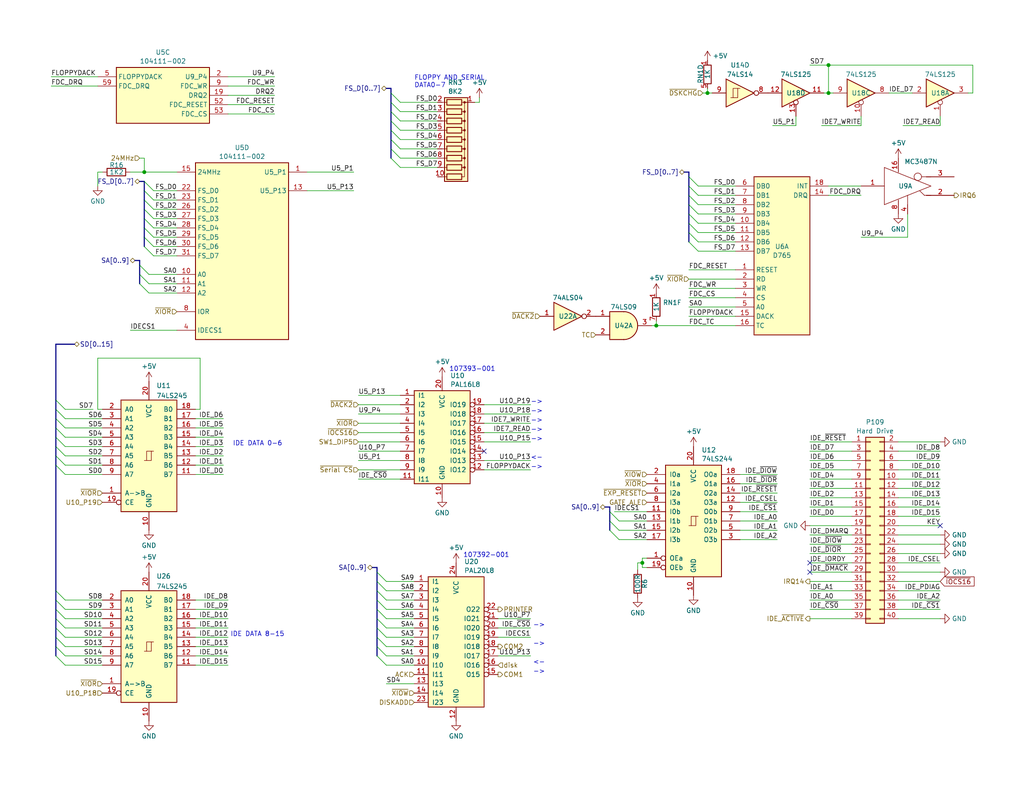
<source format=kicad_sch>
(kicad_sch (version 20230121) (generator eeschema)
  (paper "USLetter")
  (junction (at 193.04 25.4))
  (junction (at 179.07 88.9))
  (junction (at 226.06 25.4))
  (junction (at 39.37 46.99))
  (junction (at 175.26 153.67))
  (junction (at 226.06 17.78))
  (no_connect (at 132.08 123.19))
  (no_connect (at 220.98 153.67))
  (no_connect (at 220.98 156.21))
  (no_connect (at 256.54 143.51))
  (bus_entry (at 187.96 58.42) (size 2.54 2.54))
  (bus_entry (at 106.68 33.02) (size 2.54 2.54))
  (bus_entry (at 102.87 161.29) (size 2.54 2.54))
  (bus_entry (at 106.68 35.56) (size 2.54 2.54))
  (bus_entry (at 39.37 49.53) (size 2.54 2.54))
  (bus_entry (at 39.37 64.77) (size 2.54 2.54))
  (bus_entry (at 106.68 25.4) (size 2.54 2.54))
  (bus_entry (at 106.68 30.48) (size 2.54 2.54))
  (bus_entry (at 15.24 161.29) (size 2.54 2.54))
  (bus_entry (at 166.37 142.24) (size 2.54 2.54))
  (bus_entry (at 187.96 50.8) (size 2.54 2.54))
  (bus_entry (at 15.24 119.38) (size 2.54 2.54))
  (bus_entry (at 106.68 40.64) (size 2.54 2.54))
  (bus_entry (at 15.24 109.22) (size 2.54 2.54))
  (bus_entry (at 15.24 168.91) (size 2.54 2.54))
  (bus_entry (at 102.87 173.99) (size 2.54 2.54))
  (bus_entry (at 38.1 77.47) (size 2.54 2.54))
  (bus_entry (at 39.37 57.15) (size 2.54 2.54))
  (bus_entry (at 15.24 124.46) (size 2.54 2.54))
  (bus_entry (at 15.24 163.83) (size 2.54 2.54))
  (bus_entry (at 39.37 54.61) (size 2.54 2.54))
  (bus_entry (at 187.96 66.04) (size 2.54 2.54))
  (bus_entry (at 102.87 166.37) (size 2.54 2.54))
  (bus_entry (at 15.24 173.99) (size 2.54 2.54))
  (bus_entry (at 106.68 27.94) (size 2.54 2.54))
  (bus_entry (at 15.24 116.84) (size 2.54 2.54))
  (bus_entry (at 106.68 38.1) (size 2.54 2.54))
  (bus_entry (at 15.24 166.37) (size 2.54 2.54))
  (bus_entry (at 102.87 156.21) (size 2.54 2.54))
  (bus_entry (at 166.37 144.78) (size 2.54 2.54))
  (bus_entry (at 102.87 168.91) (size 2.54 2.54))
  (bus_entry (at 102.87 171.45) (size 2.54 2.54))
  (bus_entry (at 166.37 139.7) (size 2.54 2.54))
  (bus_entry (at 102.87 176.53) (size 2.54 2.54))
  (bus_entry (at 15.24 111.76) (size 2.54 2.54))
  (bus_entry (at 39.37 59.69) (size 2.54 2.54))
  (bus_entry (at 102.87 179.07) (size 2.54 2.54))
  (bus_entry (at 38.1 74.93) (size 2.54 2.54))
  (bus_entry (at 39.37 62.23) (size 2.54 2.54))
  (bus_entry (at 15.24 179.07) (size 2.54 2.54))
  (bus_entry (at 106.68 43.18) (size 2.54 2.54))
  (bus_entry (at 15.24 176.53) (size 2.54 2.54))
  (bus_entry (at 15.24 127) (size 2.54 2.54))
  (bus_entry (at 187.96 60.96) (size 2.54 2.54))
  (bus_entry (at 187.96 53.34) (size 2.54 2.54))
  (bus_entry (at 15.24 171.45) (size 2.54 2.54))
  (bus_entry (at 15.24 121.92) (size 2.54 2.54))
  (bus_entry (at 15.24 114.3) (size 2.54 2.54))
  (bus_entry (at 39.37 67.31) (size 2.54 2.54))
  (bus_entry (at 187.96 48.26) (size 2.54 2.54))
  (bus_entry (at 39.37 52.07) (size 2.54 2.54))
  (bus_entry (at 187.96 55.88) (size 2.54 2.54))
  (bus_entry (at 38.1 72.39) (size 2.54 2.54))
  (bus_entry (at 187.96 63.5) (size 2.54 2.54))
  (bus_entry (at 102.87 158.75) (size 2.54 2.54))
  (bus_entry (at 102.87 163.83) (size 2.54 2.54))
  (wire (pts (xy 53.34 173.99) (xy 62.23 173.99)))
  (wire (pts (xy 132.08 120.65) (xy 144.78 120.65)))
  (wire (pts (xy 247.65 64.77) (xy 234.95 64.77)))
  (bus (pts (xy 15.24 121.92) (xy 15.24 124.46)))
  (wire (pts (xy 190.5 50.8) (xy 200.66 50.8)))
  (wire (pts (xy 190.5 60.96) (xy 200.66 60.96)))
  (wire (pts (xy 245.11 148.59) (xy 256.54 148.59)))
  (wire (pts (xy 62.23 31.115) (xy 74.93 31.115)))
  (wire (pts (xy 220.98 153.67) (xy 232.41 153.67)))
  (wire (pts (xy 175.26 152.4) (xy 175.26 153.67)))
  (wire (pts (xy 53.34 168.91) (xy 62.23 168.91)))
  (wire (pts (xy 109.22 27.94) (xy 119.38 27.94)))
  (wire (pts (xy 220.98 151.13) (xy 232.41 151.13)))
  (bus (pts (xy 187.96 53.34) (xy 187.96 55.88)))
  (wire (pts (xy 245.11 166.37) (xy 256.54 166.37)))
  (wire (pts (xy 74.93 20.955) (xy 62.23 20.955)))
  (wire (pts (xy 256.54 120.65) (xy 245.11 120.65)))
  (bus (pts (xy 102.87 176.53) (xy 102.87 179.07)))
  (wire (pts (xy 187.96 73.66) (xy 200.66 73.66)))
  (wire (pts (xy 191.77 25.4) (xy 193.04 25.4)))
  (bus (pts (xy 15.24 161.29) (xy 15.24 163.83)))
  (wire (pts (xy 220.98 138.43) (xy 232.41 138.43)))
  (wire (pts (xy 245.11 140.97) (xy 256.54 140.97)))
  (wire (pts (xy 60.96 121.92) (xy 53.34 121.92)))
  (wire (pts (xy 17.78 181.61) (xy 27.94 181.61)))
  (wire (pts (xy 179.07 87.63) (xy 179.07 88.9)))
  (wire (pts (xy 245.11 153.67) (xy 256.54 153.67)))
  (wire (pts (xy 226.06 25.4) (xy 227.33 25.4)))
  (wire (pts (xy 13.97 20.955) (xy 26.67 20.955)))
  (wire (pts (xy 245.11 143.51) (xy 256.54 143.51)))
  (wire (pts (xy 109.22 45.72) (xy 119.38 45.72)))
  (wire (pts (xy 54.61 111.76) (xy 53.34 111.76)))
  (bus (pts (xy 102.87 158.75) (xy 102.87 161.29)))
  (wire (pts (xy 40.64 77.47) (xy 48.26 77.47)))
  (wire (pts (xy 193.04 24.13) (xy 193.04 25.4)))
  (bus (pts (xy 38.1 72.39) (xy 38.1 74.93)))
  (wire (pts (xy 17.78 124.46) (xy 27.94 124.46)))
  (bus (pts (xy 187.96 46.99) (xy 187.96 48.26)))
  (wire (pts (xy 245.11 133.35) (xy 256.54 133.35)))
  (wire (pts (xy 175.26 154.94) (xy 176.53 154.94)))
  (wire (pts (xy 40.64 80.01) (xy 48.26 80.01)))
  (wire (pts (xy 35.56 46.99) (xy 39.37 46.99)))
  (bus (pts (xy 39.37 64.77) (xy 39.37 67.31)))
  (wire (pts (xy 220.98 161.29) (xy 232.41 161.29)))
  (bus (pts (xy 101.6 154.94) (xy 102.87 154.94)))
  (wire (pts (xy 212.09 137.16) (xy 201.93 137.16)))
  (wire (pts (xy 242.57 25.4) (xy 248.92 25.4)))
  (wire (pts (xy 135.89 173.99) (xy 144.78 173.99)))
  (bus (pts (xy 15.24 171.45) (xy 15.24 173.99)))
  (wire (pts (xy 245.11 138.43) (xy 256.54 138.43)))
  (bus (pts (xy 15.24 176.53) (xy 15.24 179.07)))
  (wire (pts (xy 132.08 125.73) (xy 144.78 125.73)))
  (wire (pts (xy 220.98 133.35) (xy 232.41 133.35)))
  (wire (pts (xy 109.22 40.64) (xy 119.38 40.64)))
  (wire (pts (xy 201.93 132.08) (xy 212.09 132.08)))
  (wire (pts (xy 210.82 34.29) (xy 217.17 34.29)))
  (bus (pts (xy 187.96 60.96) (xy 187.96 63.5)))
  (wire (pts (xy 245.11 128.27) (xy 256.54 128.27)))
  (bus (pts (xy 106.68 30.48) (xy 106.68 33.02)))
  (bus (pts (xy 15.24 119.38) (xy 15.24 121.92)))
  (bus (pts (xy 102.87 163.83) (xy 102.87 166.37)))
  (wire (pts (xy 83.82 52.07) (xy 96.52 52.07)))
  (wire (pts (xy 212.09 134.62) (xy 201.93 134.62)))
  (bus (pts (xy 15.24 114.3) (xy 15.24 116.84)))
  (wire (pts (xy 26.67 111.76) (xy 26.67 97.79)))
  (wire (pts (xy 234.95 31.75) (xy 234.95 34.29)))
  (wire (pts (xy 60.96 129.54) (xy 53.34 129.54)))
  (wire (pts (xy 97.79 118.11) (xy 109.22 118.11)))
  (wire (pts (xy 17.78 168.91) (xy 27.94 168.91)))
  (wire (pts (xy 105.41 186.69) (xy 113.03 186.69)))
  (bus (pts (xy 36.83 71.12) (xy 38.1 71.12)))
  (wire (pts (xy 168.91 147.32) (xy 176.53 147.32)))
  (bus (pts (xy 39.37 49.53) (xy 39.37 52.07)))
  (bus (pts (xy 15.24 124.46) (xy 15.24 127)))
  (wire (pts (xy 187.96 86.36) (xy 200.66 86.36)))
  (wire (pts (xy 135.89 179.07) (xy 144.78 179.07)))
  (bus (pts (xy 105.41 24.13) (xy 106.68 24.13)))
  (wire (pts (xy 245.11 125.73) (xy 256.54 125.73)))
  (wire (pts (xy 220.98 163.83) (xy 232.41 163.83)))
  (wire (pts (xy 53.34 166.37) (xy 62.23 166.37)))
  (wire (pts (xy 74.93 28.575) (xy 62.23 28.575)))
  (bus (pts (xy 165.1 138.43) (xy 166.37 138.43)))
  (wire (pts (xy 212.09 129.54) (xy 201.93 129.54)))
  (wire (pts (xy 212.09 139.7) (xy 201.93 139.7)))
  (wire (pts (xy 39.37 46.99) (xy 48.26 46.99)))
  (bus (pts (xy 106.68 35.56) (xy 106.68 38.1)))
  (wire (pts (xy 220.98 140.97) (xy 232.41 140.97)))
  (wire (pts (xy 245.11 168.91) (xy 256.54 168.91)))
  (wire (pts (xy 17.78 111.76) (xy 25.4 111.76)))
  (wire (pts (xy 97.79 120.65) (xy 109.22 120.65)))
  (wire (pts (xy 53.34 171.45) (xy 62.23 171.45)))
  (wire (pts (xy 220.98 135.89) (xy 232.41 135.89)))
  (wire (pts (xy 41.91 59.69) (xy 48.26 59.69)))
  (wire (pts (xy 109.22 33.02) (xy 119.38 33.02)))
  (bus (pts (xy 102.87 171.45) (xy 102.87 173.99)))
  (wire (pts (xy 220.98 168.91) (xy 232.41 168.91)))
  (bus (pts (xy 38.1 49.53) (xy 39.37 49.53)))
  (wire (pts (xy 212.09 147.32) (xy 201.93 147.32)))
  (wire (pts (xy 176.53 152.4) (xy 175.26 152.4)))
  (wire (pts (xy 201.93 144.78) (xy 212.09 144.78)))
  (wire (pts (xy 41.91 52.07) (xy 48.26 52.07)))
  (wire (pts (xy 109.22 130.81) (xy 97.79 130.81)))
  (bus (pts (xy 15.24 116.84) (xy 15.24 119.38)))
  (bus (pts (xy 15.24 127) (xy 15.24 161.29)))
  (wire (pts (xy 17.78 119.38) (xy 27.94 119.38)))
  (bus (pts (xy 186.69 46.99) (xy 187.96 46.99)))
  (wire (pts (xy 212.09 142.24) (xy 201.93 142.24)))
  (wire (pts (xy 187.96 78.74) (xy 200.66 78.74)))
  (wire (pts (xy 132.08 128.27) (xy 144.78 128.27)))
  (bus (pts (xy 15.24 173.99) (xy 15.24 176.53)))
  (wire (pts (xy 224.155 34.29) (xy 234.95 34.29)))
  (wire (pts (xy 17.78 179.07) (xy 27.94 179.07)))
  (wire (pts (xy 17.78 114.3) (xy 27.94 114.3)))
  (wire (pts (xy 60.96 116.84) (xy 53.34 116.84)))
  (wire (pts (xy 220.98 120.65) (xy 232.41 120.65)))
  (bus (pts (xy 187.96 48.26) (xy 187.96 50.8)))
  (wire (pts (xy 60.96 124.46) (xy 53.34 124.46)))
  (wire (pts (xy 264.16 25.4) (xy 265.43 25.4)))
  (wire (pts (xy 60.96 119.38) (xy 53.34 119.38)))
  (wire (pts (xy 168.91 144.78) (xy 176.53 144.78)))
  (bus (pts (xy 38.1 74.93) (xy 38.1 77.47)))
  (wire (pts (xy 53.34 179.07) (xy 62.23 179.07)))
  (wire (pts (xy 245.11 156.21) (xy 256.54 156.21)))
  (wire (pts (xy 173.99 153.67) (xy 175.26 153.67)))
  (wire (pts (xy 105.41 179.07) (xy 113.03 179.07)))
  (wire (pts (xy 41.91 64.77) (xy 48.26 64.77)))
  (bus (pts (xy 102.87 154.94) (xy 102.87 156.21)))
  (wire (pts (xy 245.11 163.83) (xy 256.54 163.83)))
  (wire (pts (xy 105.41 166.37) (xy 113.03 166.37)))
  (wire (pts (xy 105.41 158.75) (xy 113.03 158.75)))
  (wire (pts (xy 220.98 156.21) (xy 232.41 156.21)))
  (bus (pts (xy 15.24 93.98) (xy 15.24 109.22)))
  (bus (pts (xy 187.96 63.5) (xy 187.96 66.04)))
  (wire (pts (xy 245.11 135.89) (xy 256.54 135.89)))
  (bus (pts (xy 39.37 52.07) (xy 39.37 54.61)))
  (wire (pts (xy 97.79 113.03) (xy 109.22 113.03)))
  (wire (pts (xy 27.94 111.76) (xy 26.67 111.76)))
  (wire (pts (xy 97.79 110.49) (xy 109.22 110.49)))
  (wire (pts (xy 220.98 17.78) (xy 226.06 17.78)))
  (wire (pts (xy 190.5 55.88) (xy 200.66 55.88)))
  (wire (pts (xy 109.22 38.1) (xy 119.38 38.1)))
  (wire (pts (xy 83.82 46.99) (xy 96.52 46.99)))
  (bus (pts (xy 15.24 166.37) (xy 15.24 168.91)))
  (wire (pts (xy 129.54 27.94) (xy 130.81 27.94)))
  (wire (pts (xy 135.89 168.91) (xy 144.78 168.91)))
  (wire (pts (xy 41.91 62.23) (xy 48.26 62.23)))
  (wire (pts (xy 109.22 43.18) (xy 119.38 43.18)))
  (wire (pts (xy 17.78 166.37) (xy 27.94 166.37)))
  (wire (pts (xy 17.78 127) (xy 27.94 127)))
  (bus (pts (xy 187.96 50.8) (xy 187.96 53.34)))
  (wire (pts (xy 256.54 31.75) (xy 256.54 34.29)))
  (bus (pts (xy 102.87 168.91) (xy 102.87 171.45)))
  (wire (pts (xy 245.11 146.05) (xy 256.54 146.05)))
  (wire (pts (xy 132.08 115.57) (xy 144.78 115.57)))
  (wire (pts (xy 105.41 171.45) (xy 113.03 171.45)))
  (bus (pts (xy 102.87 161.29) (xy 102.87 163.83)))
  (bus (pts (xy 106.68 33.02) (xy 106.68 35.56)))
  (wire (pts (xy 41.91 54.61) (xy 48.26 54.61)))
  (wire (pts (xy 105.41 168.91) (xy 113.03 168.91)))
  (bus (pts (xy 106.68 27.94) (xy 106.68 30.48)))
  (wire (pts (xy 135.89 171.45) (xy 144.78 171.45)))
  (wire (pts (xy 40.64 74.93) (xy 48.26 74.93)))
  (wire (pts (xy 26.67 46.99) (xy 26.67 50.8)))
  (wire (pts (xy 26.67 97.79) (xy 54.61 97.79)))
  (wire (pts (xy 179.07 88.9) (xy 200.66 88.9)))
  (wire (pts (xy 132.08 118.11) (xy 144.78 118.11)))
  (wire (pts (xy 226.06 17.78) (xy 265.43 17.78)))
  (wire (pts (xy 220.98 166.37) (xy 232.41 166.37)))
  (bus (pts (xy 106.68 40.64) (xy 106.68 43.18)))
  (wire (pts (xy 245.11 130.81) (xy 256.54 130.81)))
  (wire (pts (xy 217.17 31.75) (xy 217.17 34.29)))
  (wire (pts (xy 226.06 53.34) (xy 234.95 53.34)))
  (wire (pts (xy 27.94 46.99) (xy 26.67 46.99)))
  (wire (pts (xy 26.67 23.495) (xy 13.97 23.495)))
  (wire (pts (xy 41.91 57.15) (xy 48.26 57.15)))
  (bus (pts (xy 102.87 166.37) (xy 102.87 168.91)))
  (bus (pts (xy 106.68 24.13) (xy 106.68 25.4)))
  (wire (pts (xy 41.91 69.85) (xy 48.26 69.85)))
  (wire (pts (xy 17.78 176.53) (xy 27.94 176.53)))
  (wire (pts (xy 109.22 30.48) (xy 119.38 30.48)))
  (wire (pts (xy 190.5 63.5) (xy 200.66 63.5)))
  (wire (pts (xy 187.96 83.82) (xy 200.66 83.82)))
  (wire (pts (xy 74.93 23.495) (xy 62.23 23.495)))
  (wire (pts (xy 105.41 163.83) (xy 113.03 163.83)))
  (wire (pts (xy 39.37 43.18) (xy 39.37 46.99)))
  (bus (pts (xy 15.24 168.91) (xy 15.24 171.45)))
  (wire (pts (xy 168.91 142.24) (xy 176.53 142.24)))
  (bus (pts (xy 15.24 109.22) (xy 15.24 111.76)))
  (bus (pts (xy 187.96 55.88) (xy 187.96 58.42)))
  (wire (pts (xy 35.56 90.17) (xy 48.26 90.17)))
  (wire (pts (xy 226.06 25.4) (xy 226.06 17.78)))
  (wire (pts (xy 97.79 115.57) (xy 109.22 115.57)))
  (wire (pts (xy 97.79 123.19) (xy 109.22 123.19)))
  (bus (pts (xy 15.24 111.76) (xy 15.24 114.3)))
  (wire (pts (xy 17.78 171.45) (xy 27.94 171.45)))
  (wire (pts (xy 220.98 158.75) (xy 232.41 158.75)))
  (wire (pts (xy 220.98 130.81) (xy 232.41 130.81)))
  (wire (pts (xy 130.81 27.94) (xy 130.81 26.67)))
  (wire (pts (xy 167.64 139.7) (xy 176.53 139.7)))
  (wire (pts (xy 105.41 176.53) (xy 113.03 176.53)))
  (wire (pts (xy 265.43 17.78) (xy 265.43 25.4)))
  (wire (pts (xy 38.1 43.18) (xy 39.37 43.18)))
  (wire (pts (xy 220.98 146.05) (xy 232.41 146.05)))
  (wire (pts (xy 220.98 125.73) (xy 232.41 125.73)))
  (wire (pts (xy 62.23 163.83) (xy 53.34 163.83)))
  (wire (pts (xy 193.04 25.4) (xy 194.31 25.4)))
  (bus (pts (xy 39.37 54.61) (xy 39.37 57.15)))
  (wire (pts (xy 105.41 161.29) (xy 113.03 161.29)))
  (wire (pts (xy 97.79 107.95) (xy 109.22 107.95)))
  (wire (pts (xy 17.78 129.54) (xy 27.94 129.54)))
  (bus (pts (xy 39.37 57.15) (xy 39.37 59.69)))
  (wire (pts (xy 17.78 121.92) (xy 27.94 121.92)))
  (wire (pts (xy 53.34 181.61) (xy 62.23 181.61)))
  (wire (pts (xy 17.78 116.84) (xy 27.94 116.84)))
  (wire (pts (xy 245.11 123.19) (xy 256.54 123.19)))
  (bus (pts (xy 38.1 71.12) (xy 38.1 72.39)))
  (wire (pts (xy 224.79 25.4) (xy 226.06 25.4)))
  (wire (pts (xy 247.65 58.42) (xy 247.65 64.77)))
  (bus (pts (xy 39.37 59.69) (xy 39.37 62.23)))
  (bus (pts (xy 20.32 93.98) (xy 15.24 93.98)))
  (wire (pts (xy 54.61 97.79) (xy 54.61 111.76)))
  (wire (pts (xy 41.91 67.31) (xy 48.26 67.31)))
  (wire (pts (xy 220.98 128.27) (xy 232.41 128.27)))
  (bus (pts (xy 39.37 62.23) (xy 39.37 64.77)))
  (wire (pts (xy 190.5 53.34) (xy 200.66 53.34)))
  (wire (pts (xy 105.41 181.61) (xy 113.03 181.61)))
  (wire (pts (xy 190.5 68.58) (xy 200.66 68.58)))
  (bus (pts (xy 106.68 25.4) (xy 106.68 27.94)))
  (wire (pts (xy 190.5 58.42) (xy 200.66 58.42)))
  (wire (pts (xy 17.78 163.83) (xy 27.94 163.83)))
  (wire (pts (xy 97.79 128.27) (xy 109.22 128.27)))
  (bus (pts (xy 166.37 139.7) (xy 166.37 142.24)))
  (bus (pts (xy 166.37 138.43) (xy 166.37 139.7)))
  (wire (pts (xy 60.96 127) (xy 53.34 127)))
  (wire (pts (xy 109.22 35.56) (xy 119.38 35.56)))
  (wire (pts (xy 177.8 88.9) (xy 179.07 88.9)))
  (wire (pts (xy 187.96 81.28) (xy 200.66 81.28)))
  (bus (pts (xy 102.87 156.21) (xy 102.87 158.75)))
  (wire (pts (xy 220.98 143.51) (xy 232.41 143.51)))
  (bus (pts (xy 106.68 38.1) (xy 106.68 40.64)))
  (wire (pts (xy 187.96 76.2) (xy 200.66 76.2)))
  (wire (pts (xy 175.26 153.67) (xy 175.26 154.94)))
  (bus (pts (xy 15.24 163.83) (xy 15.24 166.37)))
  (wire (pts (xy 220.98 148.59) (xy 232.41 148.59)))
  (bus (pts (xy 102.87 173.99) (xy 102.87 176.53)))
  (wire (pts (xy 245.11 158.75) (xy 256.54 158.75)))
  (wire (pts (xy 220.98 123.19) (xy 232.41 123.19)))
  (wire (pts (xy 132.08 113.03) (xy 144.78 113.03)))
  (wire (pts (xy 132.08 110.49) (xy 144.78 110.49)))
  (bus (pts (xy 187.96 58.42) (xy 187.96 60.96)))
  (wire (pts (xy 173.99 153.67) (xy 173.99 155.575)))
  (wire (pts (xy 190.5 66.04) (xy 200.66 66.04)))
  (wire (pts (xy 60.96 114.3) (xy 53.34 114.3)))
  (wire (pts (xy 53.34 176.53) (xy 62.23 176.53)))
  (bus (pts (xy 166.37 142.24) (xy 166.37 144.78)))
  (wire (pts (xy 245.11 151.13) (xy 256.54 151.13)))
  (wire (pts (xy 105.41 173.99) (xy 113.03 173.99)))
  (wire (pts (xy 246.38 34.29) (xy 256.54 34.29)))
  (wire (pts (xy 226.06 50.8) (xy 234.95 50.8)))
  (wire (pts (xy 245.11 161.29) (xy 256.54 161.29)))
  (wire (pts (xy 17.78 173.99) (xy 27.94 173.99)))
  (wire (pts (xy 74.93 26.035) (xy 62.23 26.035)))
  (wire (pts (xy 97.79 125.73) (xy 109.22 125.73)))
  (text "107393-001" (at 122.555 101.6 0) (effects (font (size 1.27 1.27)) (justify left bottom)))
  (text "->" (at 144.78 118.11 0) (effects (font (size 1.27 1.27)) (justify left bottom)))
  (text "107392-001" (at 126.365 152.4 0) (effects (font (size 1.27 1.27)) (justify left bottom)))
  (text "<-" (at 145.415 181.61 0) (effects (font (size 1.27 1.27)) (justify left bottom)))
  (text "->" (at 144.78 120.65 0) (effects (font (size 1.27 1.27)) (justify left bottom)))
  (text "->" (at 144.78 115.57 0) (effects (font (size 1.27 1.27)) (justify left bottom)))
  (text "<-" (at 144.78 125.73 0) (effects (font (size 1.27 1.27)) (justify left bottom)))
  (text "FLOPPY AND SERIAL\nDATA0-7" (at 113.03 24.13 0) (effects (font (size 1.27 1.27)) (justify left bottom)))
  (text "->" (at 144.78 128.27 0) (effects (font (size 1.27 1.27)) (justify left bottom)))
  (text "->" (at 145.415 171.45 0) (effects (font (size 1.27 1.27)) (justify left bottom)))
  (text "->" (at 145.415 184.15 0) (effects (font (size 1.27 1.27)) (justify left bottom)))
  (text "IDE DATA 0-6" (at 63.5 121.92 0) (effects (font (size 1.27 1.27)) (justify left bottom)))
  (text "->" (at 144.78 113.03 0) (effects (font (size 1.27 1.27)) (justify left bottom)))
  (text "->" (at 144.78 110.49 0) (effects (font (size 1.27 1.27)) (justify left bottom)))
  (text "IDE DATA 8-15" (at 62.865 173.99 0) (effects (font (size 1.27 1.27)) (justify left bottom)))
  (text "->" (at 145.415 176.53 0) (effects (font (size 1.27 1.27)) (justify left bottom)))
  (label "IDE_A2" (at 256.54 163.83 180))
  (label "IDE_DMARQ" (at 220.98 146.05 0))
  (label "IDE_~{DMACK}" (at 220.98 156.21 0))
  (label "IDE_D12" (at 62.23 173.99 180))
  (label "SD3" (at 27.94 121.92 180))
  (label "U5_P13" (at 97.79 107.95 0))
  (label "SA2" (at 48.26 80.01 180))
  (label "SD7" (at 25.4 111.76 180))
  (label "IDE_A0" (at 220.98 163.83 0))
  (label "IDE_D8" (at 256.54 123.19 180))
  (label "SD8" (at 27.94 163.83 180))
  (label "FS_D5" (at 200.66 63.5 180))
  (label "SA1" (at 113.03 179.07 180))
  (label "SA7" (at 113.03 163.83 180))
  (label "FDC_WR" (at 187.96 78.74 0))
  (label "IDE_~{DIOW}" (at 212.09 129.54 180))
  (label "U10_P13" (at 144.78 179.07 180))
  (label "U10_P19" (at 144.78 110.49 180))
  (label "FS_D5" (at 48.26 64.77 180))
  (label "IDE_D3" (at 60.96 121.92 180))
  (label "U5_P13" (at 96.52 52.07 180))
  (label "SD10" (at 27.94 168.91 180))
  (label "FS_D5" (at 119.38 40.64 180))
  (label "IDE_D15" (at 256.54 140.97 180))
  (label "SA6" (at 113.03 166.37 180))
  (label "IDE_D6" (at 60.96 114.3 180))
  (label "SD1" (at 27.94 127 180))
  (label "U10_P15" (at 144.78 120.65 180))
  (label "FS_D1" (at 48.26 54.61 180))
  (label "IDE_D9" (at 62.23 166.37 180))
  (label "IDE_D6" (at 220.98 125.73 0))
  (label "SD13" (at 27.94 176.53 180))
  (label "U9_P4" (at 97.79 113.03 0))
  (label "IDE_A2" (at 212.09 147.32 180))
  (label "SD6" (at 27.94 114.3 180))
  (label "IDE_D5" (at 220.98 128.27 0))
  (label "U10_P18" (at 144.78 113.03 180))
  (label "FDC_WR" (at 74.93 23.495 180))
  (label "IDE_D7" (at 242.57 25.4 0))
  (label "IDE_D4" (at 60.96 119.38 180))
  (label "FLOPPYDACK" (at 144.78 128.27 180))
  (label "FS_D0" (at 48.26 52.07 180))
  (label "FDC_TC" (at 187.96 88.9 0))
  (label "IDE_~{RESET}" (at 220.98 120.65 0))
  (label "FS_D4" (at 119.38 38.1 180))
  (label "FS_D1" (at 200.66 53.34 180))
  (label "IDECS1" (at 167.64 139.7 0))
  (label "IDE_D1" (at 60.96 127 180))
  (label "FDC_DRQ" (at 234.95 53.34 180))
  (label "FS_D0" (at 200.66 50.8 180))
  (label "FS_D4" (at 48.26 62.23 180))
  (label "IDE_D10" (at 62.23 168.91 180))
  (label "IDE7_READ" (at 246.38 34.29 0))
  (label "SA1" (at 176.53 144.78 180))
  (label "SA0" (at 176.53 142.24 180))
  (label "U9_P4" (at 234.95 64.77 0))
  (label "SA5" (at 113.03 168.91 180))
  (label "FS_D6" (at 119.38 43.18 180))
  (label "SD0" (at 27.94 129.54 180))
  (label "FS_D6" (at 200.66 66.04 180))
  (label "U5_P1" (at 210.82 34.29 0))
  (label "IDE7_READ" (at 144.78 118.11 180))
  (label "SA0" (at 187.96 83.82 0))
  (label "IDE_~{CS0}" (at 220.98 166.37 0))
  (label "SD4" (at 27.94 119.38 180))
  (label "U10_P7" (at 97.79 123.19 0))
  (label "IDE_D13" (at 256.54 135.89 180))
  (label "IDE_D8" (at 62.23 163.83 180))
  (label "IDE_~{CS1}" (at 256.54 166.37 180))
  (label "IDE_D12" (at 256.54 133.35 180))
  (label "U9_P4" (at 74.93 20.955 180))
  (label "FS_D7" (at 119.38 45.72 180))
  (label "IDE_CSEL" (at 212.09 137.16 180))
  (label "FS_D4" (at 200.66 60.96 180))
  (label "FS_D2" (at 200.66 55.88 180))
  (label "FDC_RESET" (at 187.96 73.66 0))
  (label "IDE_D13" (at 62.23 176.53 180))
  (label "IDE_D2" (at 220.98 135.89 0))
  (label "FDC_DRQ" (at 13.97 23.495 0))
  (label "IDE_D3" (at 220.98 133.35 0))
  (label "SA4" (at 113.03 171.45 180))
  (label "SD11" (at 27.94 171.45 180))
  (label "IDE_D11" (at 256.54 130.81 180))
  (label "SD9" (at 27.94 166.37 180))
  (label "IDE_~{CS0}" (at 144.78 171.45 180))
  (label "SD4" (at 105.41 186.69 0))
  (label "FS_D7" (at 200.66 68.58 180))
  (label "KEY" (at 256.54 143.51 180))
  (label "SD5" (at 27.94 116.84 180))
  (label "IDE_~{DIOW}" (at 220.98 148.59 0))
  (label "U10_P7" (at 144.78 168.91 180))
  (label "IDE_D0" (at 220.98 140.97 0))
  (label "IDE_D0" (at 60.96 129.54 180))
  (label "FLOPPYDACK" (at 13.97 20.955 0))
  (label "IDE_D5" (at 60.96 116.84 180))
  (label "IDECS1" (at 35.56 90.17 0))
  (label "FS_D3" (at 200.66 58.42 180))
  (label "IDE_IORDY" (at 220.98 153.67 0))
  (label "SA0" (at 113.03 181.61 180))
  (label "SA0" (at 48.26 74.93 180))
  (label "FS_D0" (at 119.38 27.94 180))
  (label "SA9" (at 113.03 158.75 180))
  (label "SA1" (at 48.26 77.47 180))
  (label "SA2" (at 176.53 147.32 180))
  (label "SA2" (at 113.03 176.53 180))
  (label "FS_D6" (at 48.26 67.31 180))
  (label "FS_D7" (at 48.26 69.85 180))
  (label "U10_P13" (at 144.78 125.73 180))
  (label "IDE7_WRITE" (at 144.78 115.57 180))
  (label "IDE_~{CS1}" (at 212.09 139.7 180))
  (label "SD12" (at 27.94 173.99 180))
  (label "FDC_RESET" (at 74.93 28.575 180))
  (label "U5_P1" (at 96.52 46.99 180))
  (label "IDE_D1" (at 220.98 138.43 0))
  (label "IDE_D2" (at 60.96 124.46 180))
  (label "DRQ2" (at 74.93 26.035 180))
  (label "IDECS1" (at 144.78 173.99 180))
  (label "FDC_CS" (at 74.93 31.115 180))
  (label "SD7" (at 220.98 17.78 0))
  (label "IDE_D15" (at 62.23 181.61 180))
  (label "IDE_D9" (at 256.54 125.73 180))
  (label "IDE_A0" (at 212.09 142.24 180))
  (label "IDE_~{CS0}" (at 97.79 130.81 0))
  (label "IDE_A1" (at 212.09 144.78 180))
  (label "IDE_D14" (at 62.23 179.07 180))
  (label "SD2" (at 27.94 124.46 180))
  (label "IDE_D10" (at 256.54 128.27 180))
  (label "IDE7_WRITE" (at 224.155 34.29 0))
  (label "FS_D2" (at 48.26 57.15 180))
  (label "IDE_~{DIOR}" (at 212.09 132.08 180))
  (label "IDE_CSEL" (at 256.54 153.67 180))
  (label "IDE_~{RESET}" (at 212.09 134.62 180))
  (label "FS_D3" (at 119.38 35.56 180))
  (label "SD15" (at 27.94 181.61 180))
  (label "IDE_PDIAG" (at 256.54 161.29 180))
  (label "FS_D1" (at 119.38 30.48 180))
  (label "U5_P1" (at 97.79 125.73 0))
  (label "FS_D2" (at 119.38 33.02 180))
  (label "IDE_D7" (at 220.98 123.19 0))
  (label "SD14" (at 27.94 179.07 180))
  (label "IDE_D4" (at 220.98 130.81 0))
  (label "FDC_CS" (at 187.96 81.28 0))
  (label "FS_D3" (at 48.26 59.69 180))
  (label "SA8" (at 113.03 161.29 180))
  (label "SA3" (at 113.03 173.99 180))
  (label "IDE_D11" (at 62.23 171.45 180))
  (label "IDE_D14" (at 256.54 138.43 180))
  (label "IDE_~{DIOR}" (at 220.98 151.13 0))
  (label "IDE_A1" (at 220.98 161.29 0))
  (label "FLOPPYDACK" (at 187.96 86.36 0))
  (global_label "~{IOCS16}" (shape input) (at 256.54 158.75 0) (property "Intersheetrefs" "${INTERSHEET_REFS}" (effects hide)))
  (hierarchical_label "DISKADD" (shape input) (at 113.03 191.77 180))
  (hierarchical_label "~{XIOW}" (shape input) (at 176.53 129.54 180))
  (hierarchical_label "U10_P18" (shape input) (at 27.94 189.23 180))
  (hierarchical_label "FS_D[0..7]" (shape bidirectional) (at 186.69 46.99 180))
  (hierarchical_label "~{XIOR}" (shape input) (at 187.96 76.2 180))
  (hierarchical_label "~{EXP_RESET}" (shape input) (at 176.53 134.62 180))
  (hierarchical_label "SD[0..15]" (shape bidirectional) (at 20.32 93.98 0))
  (hierarchical_label "COM2" (shape output) (at 135.89 176.53 0))
  (hierarchical_label "~{Serial CS}" (shape input) (at 97.79 128.27 180))
  (hierarchical_label "~{IOCS16}" (shape input) (at 97.79 118.11 180))
  (hierarchical_label "GATE ALE" (shape input) (at 176.53 137.16 180))
  (hierarchical_label "~{XIOW}" (shape input) (at 113.03 189.23 180))
  (hierarchical_label "IDE_~{ACTIVE}" (shape output) (at 220.98 168.91 180))
  (hierarchical_label "FS_D[0..7]" (shape bidirectional) (at 105.41 24.13 180))
  (hierarchical_label "~{XIOR}" (shape input) (at 97.79 115.57 180))
  (hierarchical_label "disk" (shape input) (at 135.89 181.61 0))
  (hierarchical_label "~{XIOR}" (shape input) (at 176.53 132.08 180))
  (hierarchical_label "FS_D[0..7]" (shape bidirectional) (at 38.1 49.53 180))
  (hierarchical_label "SA[0..9]" (shape bidirectional) (at 36.83 71.12 180))
  (hierarchical_label "IRQ6" (shape output) (at 260.35 53.34 0))
  (hierarchical_label "~{DSKCHG}" (shape input) (at 191.77 25.4 180))
  (hierarchical_label "24MHz" (shape input) (at 38.1 43.18 180))
  (hierarchical_label "~{XIOR}" (shape input) (at 48.26 85.09 180))
  (hierarchical_label "SA[0..9]" (shape bidirectional) (at 101.6 154.94 180))
  (hierarchical_label "ACK" (shape input) (at 113.03 184.15 180))
  (hierarchical_label "TC" (shape input) (at 162.56 91.44 180))
  (hierarchical_label "SA[0..9]" (shape bidirectional) (at 165.1 138.43 180))
  (hierarchical_label "~{DACK2}" (shape input) (at 147.32 86.36 180))
  (hierarchical_label "PRINTER" (shape output) (at 135.89 166.37 0))
  (hierarchical_label "~{XIOR}" (shape input) (at 27.94 134.62 180))
  (hierarchical_label "U10_P19" (shape input) (at 27.94 137.16 180))
  (hierarchical_label "~{XIOR}" (shape input) (at 27.94 186.69 180))
  (hierarchical_label "~{DACK2}" (shape input) (at 97.79 110.49 180))
  (hierarchical_label "SW1_DIP5" (shape input) (at 97.79 120.65 180))
  (hierarchical_label "IRQ14" (shape output) (at 220.98 158.75 180))
  (hierarchical_label "COM1" (shape output) (at 135.89 184.15 0))
  (symbol (lib_id "power:GND") (at 40.64 196.85 0) (unit 1)
    (property "Reference" "#PWR026" (effects hide))
    (property "Value" "GND" (at 40.64 200.9831 0))
  )
  (symbol (lib_id "74xx:74LS125") (at 234.95 25.4 0) (unit 3)
    (property "Reference" "U18" (at 234.95 25.4 0))
    (property "Value" "74LS125" (at 234.95 20.32 0))
    (property "Footprint" "Package_DIP:DIP-14_W7.62mm" (effects hide))
    (property "Datasheet" "http://www.ti.com/lit/gpn/sn74LS125" (effects hide))
  )
  (symbol (lib_id "74xx:74LS245") (at 40.64 176.53 0) (unit 1)
    (property "Reference" "U26" (at 42.6594 157.3235 0) (effects (justify left)))
    (property "Value" "74LS245" (at 42.6594 160.0986 0) (effects (justify left)))
    (property "Footprint" "Package_DIP:DIP-20_W7.62mm" (effects hide))
    (property "Datasheet" "http://www.ti.com/lit/gpn/sn74LS245" (effects hide))
  )
  (symbol (lib_id "74xx:74LS04") (at 154.94 86.36 0) (unit 1)
    (property "Reference" "U22" (at 154.94 86.36 0))
    (property "Value" "74ALS04" (at 154.94 81.28 0))
    (property "Footprint" "Package_DIP:DIP-14_W7.62mm" (effects hide))
    (property "Datasheet" "http://www.ti.com/lit/gpn/sn74LS04" (effects hide))
  )
  (symbol (lib_id "power:GND") (at 256.54 120.65 90) (unit 1)
    (property "Reference" "#PWR0178" (effects hide))
    (property "Value" "GND" (at 259.715 120.65 90) (effects (justify right)))
  )
  (symbol (lib_id "power:+5V") (at 245.11 43.18 0) (unit 1)
    (property "Reference" "#PWR0115" (effects hide))
    (property "Value" "+5V" (at 245.11 39.0469 0))
  )
  (symbol (lib_id "74xx:74LS244") (at 189.23 142.24 0) (unit 1)
    (property "Reference" "U12" (at 191.4241 122.8557 0) (effects (justify left)))
    (property "Value" "74LS244" (at 191.4241 125.2799 0) (effects (justify left)))
    (property "Footprint" "Package_DIP:DIP-20_W7.62mm" (effects hide))
    (property "Datasheet" "http://www.ti.com/lit/ds/symlink/sn74ls244.pdf" (effects hide))
  )
  (symbol (lib_id "power:+5V") (at 120.65 102.87 0) (unit 1)
    (property "Reference" "#PWR0128" (effects hide))
    (property "Value" "+5V" (at 120.65 98.7369 0))
  )
  (symbol (lib_id "power:GND") (at 26.67 50.8 0) (mirror y) (unit 1)
    (property "Reference" "#PWR0157" (effects hide))
    (property "Value" "GND" (at 26.67 54.9331 0))
  )
  (symbol (lib_id "power:+5V") (at 130.81 26.67 0) (unit 1)
    (property "Reference" "#PWR0242" (effects hide))
    (property "Value" "+5V" (at 130.81 22.5369 0))
  )
  (symbol (lib_id "power:GND") (at 256.54 168.91 90) (mirror x) (unit 1)
    (property "Reference" "#PWR0506" (effects hide))
    (property "Value" "GND" (at 259.7149 168.91 90) (effects (justify right)))
  )
  (symbol (lib_id "Device:R_Network09_Split") (at 193.04 20.32 0) (unit 4)
    (property "Reference" "RN1" (at 191.135 22.86 90) (effects (justify left)))
    (property "Value" "1K" (at 193.04 21.59 90) (effects (justify left)))
    (property "Footprint" "Resistor_THT:R_Array_SIP10" (effects hide))
    (property "Datasheet" "http://www.vishay.com/docs/31509/csc.pdf" (effects hide))
  )
  (symbol (lib_id "power:GND") (at 220.98 143.51 270) (unit 1)
    (property "Reference" "#PWR0177" (effects hide))
    (property "Value" "GND" (at 217.8051 143.51 90) (effects (justify right)))
  )
  (symbol (lib_id "Device:R") (at 31.75 46.99 270) (unit 1)
    (property "Reference" "R16" (at 29.845 45.085 90) (effects (justify left)))
    (property "Value" "1K2" (at 29.845 46.99 90) (effects (justify left)))
  )
  (symbol (lib_id "power:+5V") (at 189.23 121.92 0) (mirror y) (unit 1)
    (property "Reference" "#PWR028" (effects hide))
    (property "Value" "+5V" (at 189.23 117.7869 0))
  )
  (symbol (lib_id "power:+5V") (at 179.07 80.01 0) (unit 1)
    (property "Reference" "#PWR0111" (effects hide))
    (property "Value" "+5V" (at 179.07 75.8769 0))
  )
  (symbol (lib_id "74xx:74LS14") (at 201.93 25.4 0) (unit 4)
    (property "Reference" "U14" (at 201.93 17.78 0))
    (property "Value" "74LS14" (at 201.93 20.32 0))
    (property "Footprint" "Package_DIP:DIP-14_W7.62mm" (effects hide))
    (property "Datasheet" "http://www.ti.com/lit/gpn/sn74LS14" (effects hide))
  )
  (symbol (lib_id "power:+5V") (at 40.64 156.21 0) (mirror y) (unit 1)
    (property "Reference" "#PWR025" (effects hide))
    (property "Value" "+5V" (at 40.64 152.0769 0))
  )
  (symbol (lib_id "power:GND") (at 256.54 148.59 90) (mirror x) (unit 1)
    (property "Reference" "#PWR0305" (effects hide))
    (property "Value" "GND" (at 259.7149 148.59 90) (effects (justify right)))
  )
  (symbol (lib_id "power:GND") (at 256.54 146.05 90) (mirror x) (unit 1)
    (property "Reference" "#PWR0179" (effects hide))
    (property "Value" "GND" (at 259.7149 146.05 90) (effects (justify right)))
  )
  (symbol (lib_id "74xx:74LS09") (at 170.18 88.9 0) (unit 1)
    (property "Reference" "U42" (at 170.18 88.9 0))
    (property "Value" "74LS09" (at 170.18 83.82 0))
    (property "Footprint" "Package_DIP:DIP-14_W7.62mm" (effects hide))
    (property "Datasheet" "http://www.ti.com/lit/gpn/sn74LS09" (effects hide))
  )
  (symbol (lib_id "Connector_Generic:Conn_02x20_Odd_Even") (at 237.49 143.51 0) (unit 1)
    (property "Reference" "P109" (at 238.76 115.2357 0))
    (property "Value" "Hard Drive" (at 238.76 117.6599 0))
    (property "Footprint" "Connector_PinHeader_2.54mm:PinHeader_2x20_P2.54mm_Vertical" (effects hide))
  )
  (symbol (lib_id "power:GND") (at 40.64 144.78 0) (unit 1)
    (property "Reference" "#PWR024" (effects hide))
    (property "Value" "GND" (at 40.64 148.9131 0))
  )
  (symbol (lib_id "power:GND") (at 173.99 163.195 0) (unit 1)
    (property "Reference" "#PWR027" (effects hide))
    (property "Value" "GND" (at 173.99 167.3281 0))
  )
  (symbol (lib_id "Interface_LineDriver:MC3487N") (at 247.65 50.8 0) (unit 1)
    (property "Reference" "U9" (at 245.11 50.8 0) (effects (justify left)))
    (property "Value" "MC3487N" (at 246.7611 44.1269 0) (effects (justify left)))
    (property "Footprint" "Package_DIP:DIP-16_W7.62mm" (effects hide))
    (property "Datasheet" "http://www.ti.com/lit/ds/symlink/mc3487.pdf" (effects hide))
  )
  (symbol (lib_id "74xx:74LS245") (at 40.64 124.46 0) (unit 1)
    (property "Reference" "U11" (at 42.6594 105.2535 0) (effects (justify left)))
    (property "Value" "74LS245" (at 42.6594 108.0286 0) (effects (justify left)))
    (property "Footprint" "Package_DIP:DIP-20_W7.62mm" (effects hide))
    (property "Datasheet" "http://www.ti.com/lit/gpn/sn74LS245" (effects hide))
  )
  (symbol (lib_id "raysstuff:104111-002") (at 66.04 69.85 0) (unit 4)
    (property "Reference" "U5" (at 66.04 40.3057 0))
    (property "Value" "104111-002" (at 66.04 42.7299 0))
  )
  (symbol (lib_id "power:+5V") (at 40.64 104.14 0) (mirror y) (unit 1)
    (property "Reference" "#PWR021" (effects hide))
    (property "Value" "+5V" (at 40.64 100.0069 0))
  )
  (symbol (lib_id "raysstuff:104111-002") (at 44.45 26.035 0) (unit 3)
    (property "Reference" "U5" (at 44.45 14.2707 0))
    (property "Value" "104111-002" (at 44.45 16.6949 0))
  )
  (symbol (lib_name "D765_2") (lib_id "raysstuff:D765") (at 213.36 68.58 0) (unit 1)
    (property "Reference" "U6" (at 213.36 67.31 0))
    (property "Value" "D765" (at 213.36 69.7342 0))
    (property "Footprint" "Package_DIP:DIP-40_W15.24mm" (effects hide))
  )
  (symbol (lib_id "power:GND") (at 245.11 58.42 0) (unit 1)
    (property "Reference" "#PWR0133" (effects hide))
    (property "Value" "GND" (at 245.11 62.5531 0))
  )
  (symbol (lib_id "power:+5V") (at 124.46 153.67 0) (unit 1)
    (property "Reference" "#PWR0142" (effects hide))
    (property "Value" "+5V" (at 124.46 149.5369 0))
  )
  (symbol (lib_id "power:GND") (at 124.46 196.85 0) (unit 1)
    (property "Reference" "#PWR0143" (effects hide))
    (property "Value" "GND" (at 124.46 200.9831 0))
  )
  (symbol (lib_id "Device:R_Network09_Split") (at 179.07 83.82 0) (unit 6)
    (property "Reference" "RN1" (at 180.848 82.6079 0) (effects (justify left)))
    (property "Value" "1K" (at 179.07 85.09 90) (effects (justify left)))
    (property "Footprint" "Resistor_THT:R_Array_SIP10" (effects hide))
    (property "Datasheet" "http://www.vishay.com/docs/31509/csc.pdf" (effects hide))
  )
  (symbol (lib_id "Device:R") (at 173.99 159.385 0) (unit 1)
    (property "Reference" "R6" (at 175.895 159.385 90))
    (property "Value" "100R" (at 173.99 159.385 90))
  )
  (symbol (lib_id "Device:R_Network09") (at 124.46 38.1 270) (unit 1)
    (property "Reference" "RN3" (at 124.206 22.5257 90))
    (property "Value" "8K2" (at 124.206 24.9499 90))
    (property "Footprint" "Resistor_THT:R_Array_SIP10" (effects hide))
    (property "Datasheet" "http://www.vishay.com/docs/31509/csc.pdf" (effects hide))
  )
  (symbol (lib_id "power:+5V") (at 193.04 16.51 0) (unit 1)
    (property "Reference" "#PWR0159" (effects hide))
    (property "Value" "+5V" (at 194.437 15.24 0) (effects (justify left)))
  )
  (symbol (lib_id "RaysPLDs:PAL20L8") (at 124.46 175.26 0) (unit 1)
    (property "Reference" "U20" (at 126.6541 153.3357 0) (effects (justify left)))
    (property "Value" "PAL20L8" (at 126.6541 155.7599 0) (effects (justify left)))
    (property "Footprint" "Package_DIP:DIP-24_W7.62mm" (effects hide))
  )
  (symbol (lib_id "74xx:74LS125") (at 217.17 25.4 0) (unit 4)
    (property "Reference" "U18" (at 217.17 25.4 0))
    (property "Value" "74LS125" (at 217.17 20.32 0))
    (property "Footprint" "Package_DIP:DIP-14_W7.62mm" (effects hide))
    (property "Datasheet" "http://www.ti.com/lit/gpn/sn74LS125" (effects hide))
  )
  (symbol (lib_id "power:GND") (at 120.65 135.89 0) (unit 1)
    (property "Reference" "#PWR0129" (effects hide))
    (property "Value" "GND" (at 120.65 140.0231 0))
  )
  (symbol (lib_id "RaysPLDs:PAL16L8") (at 120.65 119.38 0) (unit 1)
    (property "Reference" "U10" (at 122.8441 102.5357 0) (effects (justify left)))
    (property "Value" "PAL16L8" (at 122.8441 104.9599 0) (effects (justify left)))
    (property "Footprint" "Package_DIP:DIP-20_W7.62mm" (effects hide))
  )
  (symbol (lib_id "74xx:74LS125") (at 256.54 25.4 0) (unit 1)
    (property "Reference" "U18" (at 256.54 25.4 0))
    (property "Value" "74LS125" (at 256.54 20.32 0))
    (property "Footprint" "Package_DIP:DIP-14_W7.62mm" (effects hide))
    (property "Datasheet" "http://www.ti.com/lit/gpn/sn74LS125" (effects hide))
  )
  (symbol (lib_id "power:GND") (at 189.23 162.56 0) (unit 1)
    (property "Reference" "#PWR029" (effects hide))
    (property "Value" "GND" (at 189.23 166.6931 0))
  )
  (symbol (lib_id "power:GND") (at 256.54 156.21 90) (mirror x) (unit 1)
    (property "Reference" "#PWR0494" (effects hide))
    (property "Value" "GND" (at 259.7149 156.21 90) (effects (justify right)))
  )
  (symbol (lib_id "power:GND") (at 256.54 151.13 90) (mirror x) (unit 1)
    (property "Reference" "#PWR0492" (effects hide))
    (property "Value" "GND" (at 259.7149 151.13 90) (effects (justify right)))
  )
)
</source>
